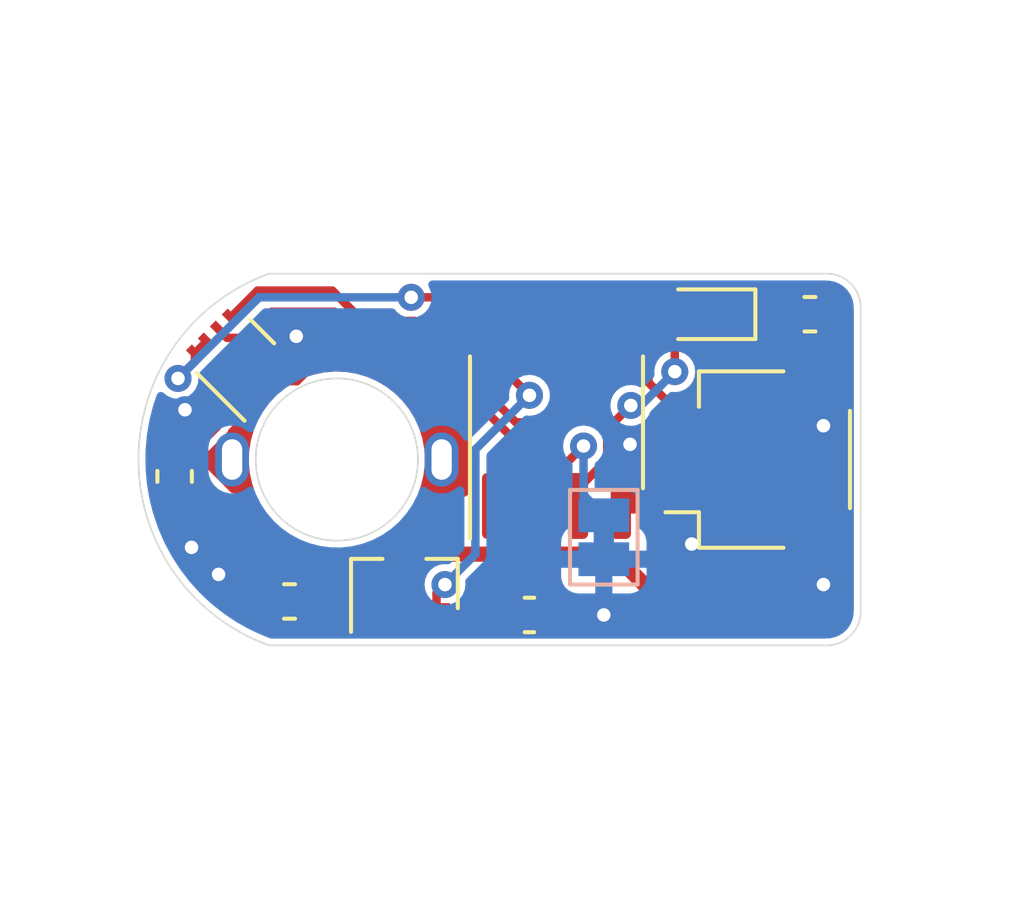
<source format=kicad_pcb>
(kicad_pcb (version 20201220) (generator pcbnew)
  (layers (0 "F.Cu" signal) (31 "B.Cu" signal) (34 "B.Paste" user) (35 "F.Paste" user) (36 "B.SilkS" user "B.Silkscreen") (37 "F.SilkS" user "F.Silkscreen") (38 "B.Mask" user) (39 "F.Mask" user) (44 "Edge.Cuts" user))
  (net 0 "")
  (net 1 "GND")
  (net 2 "VBAT")
  (net 3 "/VLOGIC")
  (net 4 "PWMIN")
  (net 5 "/MOTORF")
  (net 6 "/MOTORR")
  (net 7 "BLINKY")
  (net 8 "Net-(D1-Pad1)")
  (net 9 "/MOTOROUT1")
  (net 10 "/MOTOROUT2")
  (net 11 "/CONFIG1")
  (net 12 "no_connect_12")
  (footprint "Resistor_SMD:R_0603_1608Metric" (layer "F.Cu") (at 174 115.7 180)
    (fp_text reference "R1" hide)
    (fp_text value "2.2k")
    (fp_line (start -0.162779 0.51) (end 0.162779 0.51) (layer "F.SilkS") (width 0.12))
    (fp_line (start -0.162779 -0.51) (end 0.162779 -0.51) (layer "F.SilkS") (width 0.12))
    (pad "1" smd roundrect (at -0.7875 0 180) (size 0.875 0.95) (layers "F.Cu" "F.Paste" "F.Mask") (net 1 "GND"))
    (pad "2" smd roundrect (at 0.7875 0 180) (size 0.875 0.95) (layers "F.Cu" "F.Paste" "F.Mask") (net 8 "Net-(D1-Pad1)"))
  )
  (footprint "Capacitor_SMD:C_0603_1608Metric" (layer "F.Cu") (at 158.6 124.2 180)
    (fp_text reference "C2" hide)
    (fp_text value "1uF")
    (fp_line (start -0.162779 0.51) (end 0.162779 0.51) (layer "F.SilkS") (width 0.12))
    (fp_line (start -0.162779 -0.51) (end 0.162779 -0.51) (layer "F.SilkS") (width 0.12))
    (pad "1" smd roundrect (at -0.7875 0 180) (size 0.875 0.95) (layers "F.Cu" "F.Paste" "F.Mask") (net 2 "VBAT"))
    (pad "2" smd roundrect (at 0.7875 0 180) (size 0.875 0.95) (layers "F.Cu" "F.Paste" "F.Mask") (net 1 "GND"))
  )
  (footprint "Connector_JST:JST_SH_SM03B-SRSS-TB_1x03-1MP_P1.00mm_Horizontal" (layer "F.Cu") (at 172.5 120 90)
    (fp_text reference "J1" hide)
    (fp_text value "Servo wire input")
    (fp_line (start 2.61 -1.785) (end 1.56 -1.785) (layer "F.SilkS") (width 0.12))
    (fp_line (start -2.61 -1.785) (end -1.56 -1.785) (layer "F.SilkS") (width 0.12))
    (fp_line (start -1.56 -1.785) (end -1.56 -2.775) (layer "F.SilkS") (width 0.12))
    (fp_line (start -2.61 0.715) (end -2.61 -1.785) (layer "F.SilkS") (width 0.12))
    (fp_line (start -1.44 2.685) (end 1.44 2.685) (layer "F.SilkS") (width 0.12))
    (fp_line (start 2.61 0.715) (end 2.61 -1.785) (layer "F.SilkS") (width 0.12))
    (pad "1" smd roundrect (at -1 -2 90) (size 0.6 1.55) (layers "F.Cu" "F.Paste" "F.Mask") (net 1 "GND"))
    (pad "2" smd roundrect (at 0 -2 90) (size 0.6 1.55) (layers "F.Cu" "F.Paste" "F.Mask") (net 2 "VBAT"))
    (pad "3" smd roundrect (at 1 -2 90) (size 0.6 1.55) (layers "F.Cu" "F.Paste" "F.Mask") (net 4 "PWMIN"))
    (pad "MP" smd roundrect (at 2.3 1.875 90) (size 1.2 1.8) (layers "F.Cu" "F.Paste" "F.Mask") (roundrect_rratio 0.208333) (net 1 "GND"))
    (pad "MP" smd roundrect (at -2.3 1.875 90) (size 1.2 1.8) (layers "F.Cu" "F.Paste" "F.Mask") (roundrect_rratio 0.208333) (net 1 "GND"))
  )
  (footprint "Package_TO_SOT_SMD:SOT-23" (layer "F.Cu") (at 162 123.7 90)
    (fp_text reference "U3" hide)
    (fp_text value "generic_regulator_GOI")
    (fp_line (start 0.76 -1.58) (end -1.4 -1.58) (layer "F.SilkS") (width 0.12))
    (fp_line (start 0.76 -1.58) (end 0.76 -0.65) (layer "F.SilkS") (width 0.12))
    (fp_line (start 0.76 1.58) (end 0.76 0.65) (layer "F.SilkS") (width 0.12))
    (fp_line (start 0.76 1.58) (end -0.7 1.58) (layer "F.SilkS") (width 0.12))
    (pad "1" smd rect (at -1 -0.95 90) (size 0.9 0.8) (layers "F.Cu" "F.Paste" "F.Mask") (net 1 "GND"))
    (pad "2" smd rect (at -1 0.95 90) (size 0.9 0.8) (layers "F.Cu" "F.Paste" "F.Mask") (net 3 "/VLOGIC"))
    (pad "3" smd rect (at 1 0 90) (size 0.9 0.8) (layers "F.Cu" "F.Paste" "F.Mask") (net 2 "VBAT"))
  )
  (footprint "Capacitor_SMD:C_0603_1608Metric" (layer "F.Cu") (at 165.7 124.6)
    (fp_text reference "C3" hide)
    (fp_text value "1uF")
    (fp_line (start -0.14058 0.51) (end 0.14058 0.51) (layer "F.SilkS") (width 0.12))
    (fp_line (start -0.14058 -0.51) (end 0.14058 -0.51) (layer "F.SilkS") (width 0.12))
    (pad "1" smd roundrect (at -0.775 0) (size 0.9 0.95) (layers "F.Cu" "F.Paste" "F.Mask") (net 3 "/VLOGIC"))
    (pad "2" smd roundrect (at 0.775 0) (size 0.9 0.95) (layers "F.Cu" "F.Paste" "F.Mask") (net 1 "GND"))
  )
  (footprint "motorback:drv8837_custom" (layer "F.Cu") (at 157 117 135)
    (fp_text reference "U1" hide)
    (fp_text value "DRV8837DSGR")
    (fp_line (start 0.5 1.12) (end -0.5 1.12) (layer "F.SilkS") (width 0.12))
    (fp_line (start -1.5 -1.12) (end 0.5 -1.12) (layer "F.SilkS") (width 0.12))
    (pad "1" smd rect (at -0.95 -0.75 135) (size 0.5 0.25) (layers "F.Cu" "F.Paste" "F.Mask") (net 2 "VBAT"))
    (pad "2" smd rect (at -0.95 -0.25 135) (size 0.5 0.25) (layers "F.Cu" "F.Paste" "F.Mask") (net 9 "/MOTOROUT1"))
    (pad "3" smd rect (at -0.95 0.25 135) (size 0.5 0.25) (layers "F.Cu" "F.Paste" "F.Mask") (net 10 "/MOTOROUT2"))
    (pad "4" smd rect (at -0.95 0.75 135) (size 0.5 0.25) (layers "F.Cu" "F.Paste" "F.Mask") (net 1 "GND"))
    (pad "5" smd rect (at 0.95 0.75 135) (size 0.5 0.25) (layers "F.Cu" "F.Paste" "F.Mask") (net 6 "/MOTORR"))
    (pad "6" smd rect (at 0.95 0.25 135) (size 0.5 0.25) (layers "F.Cu" "F.Paste" "F.Mask") (net 5 "/MOTORF"))
    (pad "7" smd rect (at 0.95 -0.25 135) (size 0.5 0.25) (layers "F.Cu" "F.Paste" "F.Mask") (net 3 "/VLOGIC"))
    (pad "8" smd rect (at 0.95 -0.75 135) (size 0.5 0.25) (layers "F.Cu" "F.Paste" "F.Mask") (net 3 "/VLOGIC"))
    (pad "9" smd rect (at 0 -0.4 135) (size 0.9 0.8) (layers "F.Cu" "F.Mask") (net 1 "GND"))
  )
  (footprint "motorback:motorpad" (layer "F.Cu") (at 163.1 120)
    (fp_text reference "J3" hide)
    (fp_text value "Conn_01x01_Male")
    (pad "1" thru_hole oval (at 0 0) (size 1 1.6) (drill oval 0.6 1.2) (layers *.Cu *.Mask) (net 10 "/MOTOROUT2"))
  )
  (footprint "Package_SO:SOIC-8_3.9x4.9mm_P1.27mm" (layer "F.Cu") (at 166.5 118.9 90)
    (fp_text reference "U2" hide)
    (fp_text value "ATtiny13V-10SSU")
    (fp_line (start 0 -2.56) (end 1.95 -2.56) (layer "F.SilkS") (width 0.12))
    (fp_line (start 0 2.56) (end 1.95 2.56) (layer "F.SilkS") (width 0.12))
    (fp_line (start 0 -2.56) (end -3.45 -2.56) (layer "F.SilkS") (width 0.12))
    (fp_line (start 0 2.56) (end -1.95 2.56) (layer "F.SilkS") (width 0.12))
    (pad "1" smd roundrect (at -2.475 -1.905 90) (size 1.95 0.6) (layers "F.Cu" "F.Paste" "F.Mask") (net 12 "no_connect_12"))
    (pad "2" smd roundrect (at -2.475 -0.635 90) (size 1.95 0.6) (layers "F.Cu" "F.Paste" "F.Mask") (net 11 "/CONFIG1"))
    (pad "3" smd roundrect (at -2.475 0.635 90) (size 1.95 0.6) (layers "F.Cu" "F.Paste" "F.Mask") (net 7 "BLINKY"))
    (pad "4" smd roundrect (at -2.475 1.905 90) (size 1.95 0.6) (layers "F.Cu" "F.Paste" "F.Mask") (net 1 "GND"))
    (pad "5" smd roundrect (at 2.475 1.905 90) (size 1.95 0.6) (layers "F.Cu" "F.Paste" "F.Mask") (net 5 "/MOTORF"))
    (pad "6" smd roundrect (at 2.475 0.635 90) (size 1.95 0.6) (layers "F.Cu" "F.Paste" "F.Mask") (net 6 "/MOTORR"))
    (pad "7" smd roundrect (at 2.475 -0.635 90) (size 1.95 0.6) (layers "F.Cu" "F.Paste" "F.Mask") (net 4 "PWMIN"))
    (pad "8" smd roundrect (at 2.475 -1.905 90) (size 1.95 0.6) (layers "F.Cu" "F.Paste" "F.Mask") (net 3 "/VLOGIC"))
  )
  (footprint "Capacitor_SMD:C_0603_1608Metric" (layer "F.Cu") (at 155.2 120.5 -90)
    (fp_text reference "C1" hide)
    (fp_text value "10uF")
    (fp_line (start -0.162779 -0.51) (end 0.162779 -0.51) (layer "F.SilkS") (width 0.12))
    (fp_line (start -0.162779 0.51) (end 0.162779 0.51) (layer "F.SilkS") (width 0.12))
    (pad "1" smd roundrect (at -0.7875 0 270) (size 0.875 0.95) (layers "F.Cu" "F.Paste" "F.Mask") (net 2 "VBAT"))
    (pad "2" smd roundrect (at 0.7875 0 270) (size 0.875 0.95) (layers "F.Cu" "F.Paste" "F.Mask") (net 1 "GND"))
  )
  (footprint "motorback:motorpad" (layer "F.Cu") (at 156.8 120)
    (fp_text reference "J2" hide)
    (fp_text value "Conn_01x01_Male")
    (pad "1" thru_hole oval (at 0.1 0) (size 1 1.6) (drill oval 0.6 1.2) (layers *.Cu *.Mask) (net 9 "/MOTOROUT1"))
  )
  (footprint "LED_SMD:LED_0603_1608Metric" (layer "F.Cu") (at 170.9 115.7 180)
    (fp_text reference "D1" hide)
    (fp_text value "LED")
    (fp_line (start 0.8 -0.735) (end -1.485 -0.735) (layer "F.SilkS") (width 0.12))
    (fp_line (start -1.485 0.735) (end 0.8 0.735) (layer "F.SilkS") (width 0.12))
    (fp_line (start -1.485 -0.735) (end -1.485 0.735) (layer "F.SilkS") (width 0.12))
    (pad "1" smd roundrect (at -0.7875 0 180) (size 0.875 0.95) (layers "F.Cu" "F.Paste" "F.Mask") (net 8 "Net-(D1-Pad1)"))
    (pad "2" smd roundrect (at 0.7875 0 180) (size 0.875 0.95) (layers "F.Cu" "F.Paste" "F.Mask") (net 7 "BLINKY"))
  )
  (footprint "Jumper:SolderJumper-2_P1.3mm_Bridged_Pad1.0x1.5mm" (layer "B.Cu") (at 167.9 122.3 90)
    (fp_text reference "JP1" hide)
    (fp_text value "Jumper")
    (fp_poly (pts (xy -0.25 0.3) (xy 0.25 0.3) (xy 0.25 -0.3) (xy -0.25 -0.3)) (layer "B.Cu") (width 0) (fill solid))
    (fp_line (start -1.4 1) (end 1.4 1) (layer "B.SilkS") (width 0.12))
    (fp_line (start 1.4 -1) (end -1.4 -1) (layer "B.SilkS") (width 0.12))
    (fp_line (start 1.4 1) (end 1.4 -1) (layer "B.SilkS") (width 0.12))
    (fp_line (start -1.4 -1) (end -1.4 1) (layer "B.SilkS") (width 0.12))
    (pad "1" smd rect (at -0.65 0 90) (size 1 1.5) (layers "B.Cu" "B.Mask") (net 1 "GND"))
    (pad "2" smd rect (at 0.65 0 90) (size 1 1.5) (layers "B.Cu" "B.Mask") (net 11 "/CONFIG1"))
  )
  (gr_arc (start 174.5 115.5) (end 175.5 115.5) (angle -90) (layer "Edge.Cuts") (width 0.05))
  (gr_arc (start 159.972702 120) (end 158 114.5) (angle -140.5369116) (layer "Edge.Cuts") (width 0.05))
  (gr_line (start 158 114.5) (end 174.5 114.5) (layer "Edge.Cuts") (width 0.05))
  (gr_circle (center 160 120) (end 162.4 120) (layer "Edge.Cuts") (width 0.05) (fill none))
  (gr_line (start 175.5 115.5) (end 175.5 124.5) (layer "Edge.Cuts") (width 0.05))
  (gr_arc (start 174.5 124.5) (end 174.5 125.5) (angle -90) (layer "Edge.Cuts") (width 0.05))
  (gr_line (start 158 125.5) (end 174.5 125.5) (layer "Edge.Cuts") (width 0.05))
  (segment (start 166.475 124.6) (end 167.9 124.6) (width 0.45) (layer "F.Cu") (net 1))
  (segment (start 156.717157 117.282843) (end 155.506086 118.493914) (width 0.3) (layer "F.Cu") (net 1))
  (segment (start 174.375 118.975) (end 174.4 119) (width 0.45) (layer "F.Cu") (net 1))
  (segment (start 158.66251 125.05001) (end 160.69999 125.05001) (width 0.45) (layer "F.Cu") (net 1))
  (segment (start 170.5 121) (end 170.5 122.5) (width 0.45) (layer "F.Cu") (net 1))
  (segment (start 156.717157 117.282843) (end 156 118) (width 0.3) (layer "F.Cu") (net 1))
  (segment (start 168.67501 121.10499) (end 168.67501 119.550005) (width 0.45) (layer "F.Cu") (net 1))
  (segment (start 158.8 116.543503) (end 158.8 116.353459) (width 0.45) (layer "F.Cu") (net 1))
  (segment (start 170.125 121.375) (end 170.5 121) (width 0.45) (layer "F.Cu") (net 1))
  (segment (start 157.990461 116.9298) (end 157.0702 116.9298) (width 0.3) (layer "F.Cu") (net 1))
  (segment (start 174.7875 115.7) (end 174.7875 117.2875) (width 0.45) (layer "F.Cu") (net 1))
  (segment (start 155.7 122.6) (end 155.7 121.7875) (width 0.45) (layer "F.Cu") (net 1))
  (segment (start 158.202082 117.141421) (end 157.990461 116.9298) (width 0.3) (layer "F.Cu") (net 1))
  (segment (start 157.8125 124.2) (end 157.3 124.2) (width 0.45) (layer "F.Cu") (net 1))
  (segment (start 168.405 121.375) (end 168.67501 121.10499) (width 0.45) (layer "F.Cu") (net 1))
  (segment (start 168.405 121.375) (end 170.125 121.375) (width 0.45) (layer "F.Cu") (net 1))
  (segment (start 157.0702 116.9298) (end 156.717157 117.282843) (width 0.3) (layer "F.Cu") (net 1))
  (segment (start 174.375 123.675) (end 174.4 123.7) (width 0.45) (layer "F.Cu") (net 1))
  (segment (start 157.8125 124.2) (end 158.66251 125.05001) (width 0.45) (layer "F.Cu") (net 1))
  (segment (start 156.5 123.4) (end 155.7 122.6) (width 0.45) (layer "F.Cu") (net 1))
  (segment (start 158.202082 117.141421) (end 158.8 116.543503) (width 0.45) (layer "F.Cu") (net 1))
  (segment (start 155.7 121.7875) (end 155.2 121.2875) (width 0.45) (layer "F.Cu") (net 1))
  (segment (start 174.375 122.3) (end 174.375 123.675) (width 0.45) (layer "F.Cu") (net 1))
  (segment (start 160.69999 125.05001) (end 161.05 124.7) (width 0.45) (layer "F.Cu") (net 1))
  (segment (start 174.375 117.7) (end 174.375 118.975) (width 0.45) (layer "F.Cu") (net 1))
  (segment (start 174.7875 117.2875) (end 174.375 117.7) (width 0.45) (layer "F.Cu") (net 1))
  (segment (start 155.506086 118.493914) (end 155.506086 118.527389) (width 0.3) (layer "F.Cu") (net 1))
  (segment (start 157.3 124.2) (end 156.5 123.4) (width 0.45) (layer "F.Cu") (net 1))
  (via (at 155.506086 118.527389) (size 0.8) (drill 0.4) (layers "F.Cu" "B.Cu") (net 1))
  (via (at 168.67501 119.550005) (size 0.8) (drill 0.4) (layers "F.Cu" "B.Cu") (net 1))
  (via (at 158.8 116.353459) (size 0.8) (drill 0.4) (layers "F.Cu" "B.Cu") (net 1))
  (via (at 170.5 122.5) (size 0.8) (drill 0.4) (layers "F.Cu" "B.Cu") (net 1))
  (via (at 167.9 124.6) (size 0.8) (drill 0.4) (layers "F.Cu" "B.Cu") (net 1))
  (via (at 174.4 119) (size 0.8) (drill 0.4) (layers "F.Cu" "B.Cu") (net 1))
  (via (at 156.5 123.4) (size 0.8) (drill 0.4) (layers "F.Cu" "B.Cu") (net 1))
  (via (at 174.4 123.7) (size 0.8) (drill 0.4) (layers "F.Cu" "B.Cu") (net 1))
  (via (at 155.7 122.6) (size 0.8) (drill 0.4) (layers "F.Cu" "B.Cu") (net 1))
  (segment (start 162 122.7) (end 163.2 122.7) (width 0.45) (layer "F.Cu") (net 2))
  (segment (start 172.2 120.925) (end 172.2 121.9) (width 0.45) (layer "F.Cu") (net 2))
  (segment (start 159.5 123.2) (end 159.5 124.0875) (width 0.45) (layer "F.Cu") (net 2))
  (segment (start 171.275 120) (end 172.2 120.925) (width 0.45) (layer "F.Cu") (net 2))
  (segment (start 157.141421 118.202082) (end 155.631003 119.7125) (width 0.45) (layer "F.Cu") (net 2))
  (segment (start 163.3 122.8) (end 168.2 122.8) (width 0.45) (layer "F.Cu") (net 2))
  (segment (start 159.5 124.0875) (end 159.3875 124.2) (width 0.45) (layer "F.Cu") (net 2))
  (segment (start 155.631003 119.7125) (end 155.2 119.7125) (width 0.45) (layer "F.Cu") (net 2))
  (segment (start 168.2 122.8) (end 169.1 123.7) (width 0.45) (layer "F.Cu") (net 2))
  (segment (start 162 122.7) (end 162 123.2) (width 0.45) (layer "F.Cu") (net 2))
  (segment (start 158.4875 123.2) (end 155.2 119.9125) (width 0.45) (layer "F.Cu") (net 2))
  (segment (start 159.5 123.2) (end 158.4875 123.2) (width 0.45) (layer "F.Cu") (net 2))
  (segment (start 155.2 119.9125) (end 155.2 119.7125) (width 0.45) (layer "F.Cu") (net 2))
  (segment (start 170.5 120) (end 171.275 120) (width 0.45) (layer "F.Cu") (net 2))
  (segment (start 172.2 121.9) (end 170.4 123.7) (width 0.45) (layer "F.Cu") (net 2))
  (segment (start 163.2 122.7) (end 163.3 122.8) (width 0.45) (layer "F.Cu") (net 2))
  (segment (start 162 123.2) (end 159.5 123.2) (width 0.45) (layer "F.Cu") (net 2))
  (segment (start 170.4 123.7) (end 169.1 123.7) (width 0.45) (layer "F.Cu") (net 2))
  (segment (start 164.595 116.425) (end 164.595 116.995) (width 0.25) (layer "F.Cu") (net 3))
  (segment (start 156.151472 116.505025) (end 155.797918 116.858579) (width 0.25) (layer "F.Cu") (net 3))
  (segment (start 155.797918 117.102082) (end 155.3 117.6) (width 0.25) (layer "F.Cu") (net 3))
  (segment (start 162.95 124.7) (end 162.95 123.95) (width 0.25) (layer "F.Cu") (net 3))
  (segment (start 155.797918 116.858579) (end 155.797918 117.102082) (width 0.25) (layer "F.Cu") (net 3))
  (segment (start 162.95 123.95) (end 163.2 123.7) (width 0.25) (layer "F.Cu") (net 3))
  (segment (start 164.595 116.995) (end 165.7 118.1) (width 0.25) (layer "F.Cu") (net 3))
  (segment (start 164.825 124.7) (end 164.925 124.6) (width 0.25) (layer "F.Cu") (net 3))
  (segment (start 162.95 124.7) (end 164.825 124.7) (width 0.25) (layer "F.Cu") (net 3))
  (segment (start 163.37 115.2) (end 162.2 115.2) (width 0.25) (layer "F.Cu") (net 3))
  (segment (start 164.595 116.425) (end 163.37 115.2) (width 0.25) (layer "F.Cu") (net 3))
  (via (at 162.2 115.2) (size 0.8) (drill 0.4) (layers "F.Cu" "B.Cu") (net 3))
  (via (at 165.7 118.1) (size 0.8) (drill 0.4) (layers "F.Cu" "B.Cu") (net 3))
  (via (at 163.2 123.7) (size 0.8) (drill 0.4) (layers "F.Cu" "B.Cu") (net 3))
  (via (at 155.3 117.6) (size 0.8) (drill 0.4) (layers "F.Cu" "B.Cu") (net 3))
  (segment (start 164.1 119.7) (end 164.1 120) (width 0.25) (layer "B.Cu") (net 3))
  (segment (start 164.1 122.8) (end 163.2 123.7) (width 0.25) (layer "B.Cu") (net 3))
  (segment (start 165.7 118.1) (end 164.1 119.7) (width 0.25) (layer "B.Cu") (net 3))
  (segment (start 157.7 115.2) (end 162.2 115.2) (width 0.25) (layer "B.Cu") (net 3))
  (segment (start 164.1 120) (end 164.1 122.8) (width 0.25) (layer "B.Cu") (net 3))
  (segment (start 155.3 117.6) (end 157.7 115.2) (width 0.25) (layer "B.Cu") (net 3))
  (segment (start 166.14001 115.17499) (end 168.731048 115.17499) (width 0.25) (layer "F.Cu") (net 4))
  (segment (start 169.224999 115.668941) (end 169.224999 117.724999) (width 0.25) (layer "F.Cu") (net 4))
  (segment (start 169.224999 117.724999) (end 170.5 119) (width 0.25) (layer "F.Cu") (net 4))
  (segment (start 165.865 115.45) (end 166.14001 115.17499) (width 0.25) (layer "F.Cu") (net 4))
  (segment (start 168.731048 115.17499) (end 169.224999 115.668941) (width 0.25) (layer "F.Cu") (net 4))
  (segment (start 165.865 116.425) (end 165.865 115.45) (width 0.25) (layer "F.Cu") (net 4))
  (segment (start 166.565689 119.300011) (end 168.405 117.4607) (width 0.25) (layer "F.Cu") (net 5))
  (segment (start 158.075998 115.624998) (end 159.924998 115.624998) (width 0.25) (layer "F.Cu") (net 5))
  (segment (start 157.300996 116.4) (end 158.075998 115.624998) (width 0.25) (layer "F.Cu") (net 5))
  (segment (start 165.134311 119.300011) (end 166.565689 119.300011) (width 0.25) (layer "F.Cu") (net 5))
  (segment (start 168.405 117.4607) (end 168.405 116.425) (width 0.25) (layer "F.Cu") (net 5))
  (segment (start 156.753553 116.4) (end 157.300996 116.4) (width 0.25) (layer "F.Cu") (net 5))
  (segment (start 162.1343 116.3) (end 165.134311 119.300011) (width 0.25) (layer "F.Cu") (net 5))
  (segment (start 159.924998 115.624998) (end 160.6 116.3) (width 0.25) (layer "F.Cu") (net 5))
  (segment (start 160.6 116.3) (end 162.1343 116.3) (width 0.25) (layer "F.Cu") (net 5))
  (segment (start 156.505025 116.151472) (end 156.753553 116.4) (width 0.25) (layer "F.Cu") (net 5))
  (segment (start 162.299989 115.899989) (end 160.765689 115.899989) (width 0.25) (layer "F.Cu") (net 6))
  (segment (start 159.8657 115) (end 157.656497 115) (width 0.25) (layer "F.Cu") (net 6))
  (segment (start 166.4 118.9) (end 165.3 118.9) (width 0.25) (layer "F.Cu") (net 6))
  (segment (start 160.765689 115.899989) (end 159.8657 115) (width 0.25) (layer "F.Cu") (net 6))
  (segment (start 157.656497 115) (end 156.858579 115.797918) (width 0.25) (layer "F.Cu") (net 6))
  (segment (start 167.135 118.165) (end 166.4 118.9) (width 0.25) (layer "F.Cu") (net 6))
  (segment (start 165.3 118.9) (end 162.299989 115.899989) (width 0.25) (layer "F.Cu") (net 6))
  (segment (start 167.135 116.425) (end 167.135 118.165) (width 0.25) (layer "F.Cu") (net 6))
  (segment (start 170 117.4) (end 170 115.8125) (width 0.25) (layer "F.Cu") (net 7))
  (segment (start 167.135 121.375) (end 167.135 120.865) (width 0.25) (layer "F.Cu") (net 7))
  (segment (start 170 115.8125) (end 170.1125 115.7) (width 0.25) (layer "F.Cu") (net 7))
  (segment (start 168 120) (end 168 119.1) (width 0.25) (layer "F.Cu") (net 7))
  (segment (start 168 119.1) (end 168.7 118.4) (width 0.25) (layer "F.Cu") (net 7))
  (segment (start 167.135 120.865) (end 168 120) (width 0.25) (layer "F.Cu") (net 7))
  (via (at 168.7 118.4) (size 0.8) (drill 0.4) (layers "F.Cu" "B.Cu") (net 7))
  (via (at 170 117.4) (size 0.8) (drill 0.4) (layers "F.Cu" "B.Cu") (net 7))
  (segment (start 169 118.4) (end 170 117.4) (width 0.25) (layer "B.Cu") (net 7))
  (segment (start 168.7 118.4) (end 169 118.4) (width 0.25) (layer "B.Cu") (net 7))
  (segment (start 171.6875 115.7) (end 173.2125 115.7) (width 0.25) (layer "F.Cu") (net 8))
  (segment (start 157.681596 118.404383) (end 156.9 119.185979) (width 0.25) (layer "F.Cu") (net 9))
  (segment (start 157.494975 117.848528) (end 157.681596 118.035149) (width 0.25) (layer "F.Cu") (net 9))
  (segment (start 156.9 119.185979) (end 156.9 120) (width 0.25) (layer "F.Cu") (net 9))
  (segment (start 157.681596 118.035149) (end 157.681596 118.404383) (width 0.25) (layer "F.Cu") (net 9))
  (segment (start 158.818404 117.681596) (end 159.349966 117.150034) (width 0.25) (layer "F.Cu") (net 10))
  (segment (start 157.848528 117.494975) (end 158.035149 117.681596) (width 0.25) (layer "F.Cu") (net 10))
  (segment (start 158.035149 117.681596) (end 158.818404 117.681596) (width 0.25) (layer "F.Cu") (net 10))
  (segment (start 161.150034 117.150034) (end 163.1 119.1) (width 0.25) (layer "F.Cu") (net 10))
  (segment (start 163.1 119.1) (end 163.1 120) (width 0.25) (layer "F.Cu") (net 10))
  (segment (start 159.349966 117.150034) (end 161.150034 117.150034) (width 0.25) (layer "F.Cu") (net 10))
  (segment (start 165.865 121.375) (end 165.865 121.035) (width 0.25) (layer "F.Cu") (net 11))
  (segment (start 165.865 121.035) (end 167.3 119.6) (width 0.25) (layer "F.Cu") (net 11))
  (via (at 167.3 119.6) (size 0.8) (drill 0.4) (layers "F.Cu" "B.Cu") (net 11))
  (segment (start 167.3 121.05) (end 167.9 121.65) (width 0.25) (layer "B.Cu") (net 11))
  (segment (start 167.3 119.6) (end 167.3 121.05) (width 0.25) (layer "B.Cu") (net 11))
  (zone (net 9) (net_name "/MOTOROUT1") (layer "F.Cu") (connect_pads yes (clearance 0.2)) (min_thickness 0.254) (fill yes (thermal_gap 0.508) (thermal_bridge_width 0.508))
    (polygon (pts (xy 157.816093 118.091693) (xy 158.555459 118.736755) (xy 157.8 121) (xy 156.7 121) (xy 155.2 119.5) (xy 157.160634 117.554938)))
  )
  (zone (net 10) (net_name "/MOTOROUT2") (layer "F.Cu") (connect_pads yes (clearance 0.2)) (min_thickness 0.254) (fill yes (thermal_gap 0.508) (thermal_bridge_width 0.508))
    (polygon (pts (xy 163.9 118.5) (xy 163.9 121.1) (xy 162.3 121.1) (xy 162.3 119.3) (xy 158.443261 118.256739) (xy 157.543261 117.356739) (xy 158.1 116.8) (xy 162.4 116.8)))
  )
  (zone (net 1) (net_name "GND") (layer "B.Cu") (connect_pads (clearance 0.2)) (min_thickness 0.254) (fill yes (thermal_gap 0.508) (thermal_bridge_width 0.508))
    (polygon (pts (xy 176 126) (xy 153.5 126) (xy 153.5 114) (xy 176 114)))
  )
)
</source>
